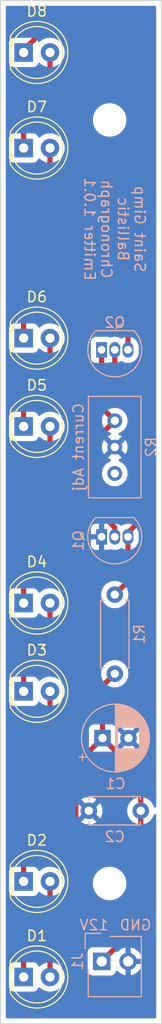
<source format=kicad_pcb>
(kicad_pcb (version 20210925) (generator pcbnew)
  (layers (0 "F.Cu" signal) (31 "B.Cu" signal) (34 "B.Paste" user) (35 "F.Paste" user) (36 "B.SilkS" user "B.Silkscreen") (37 "F.SilkS" user "F.Silkscreen") (38 "B.Mask" user) (39 "F.Mask" user) (44 "Edge.Cuts" user))
  (net 0 "")
  (net 1 "+12V")
  (net 2 "GND")
  (net 3 "Net-(D1-Pad1)")
  (net 4 "Net-(D2-Pad1)")
  (net 5 "Net-(D3-Pad1)")
  (net 6 "Net-(D4-Pad1)")
  (net 7 "Net-(D5-Pad1)")
  (net 8 "Net-(D6-Pad1)")
  (net 9 "Net-(D7-Pad1)")
  (net 10 "Net-(D8-Pad1)")
  (net 11 "Net-(Q1-Pad2)")
  (net 12 "Net-(Q1-Pad3)")
  (footprint "LED_THT:LED_D5.0mm_IRGrey" (layer "F.Cu") (at 138.73 125.795)
    (fp_text reference "D2" (at 1.27 -3.96) (layer "F.SilkS"))
    (fp_text value "LED" hide)
    (fp_line (start -1.29 -1.545) (end -1.29 1.545) (layer "F.SilkS") (width 0.12))
    (fp_arc (start 1.27 0) (end -1.29 -1.54483) (angle 148.9) (layer "F.SilkS") (width 0.12))
    (fp_arc (start 1.27 0) (end -1.29 1.54483) (angle -148.9) (layer "F.SilkS") (width 0.12))
    (fp_circle (center 1.27 0) (end 3.77 0) (layer "F.SilkS") (width 0.12) (fill none))
    (pad "1" thru_hole rect locked (at 0 0) (size 1.8 1.8) (drill 0.9) (layers *.Cu *.Mask) (net 4 "Net-(D2-Pad1)"))
    (pad "2" thru_hole circle locked (at 2.54 0) (size 1.8 1.8) (drill 0.9) (layers *.Cu *.Mask) (net 3 "Net-(D1-Pad1)"))
  )
  (footprint "LED_THT:LED_D5.0mm_IRGrey" (layer "F.Cu") (at 138.73 107.495)
    (fp_text reference "D3" (at 1.27 -3.96) (layer "F.SilkS"))
    (fp_text value "LED" hide)
    (fp_line (start -1.29 -1.545) (end -1.29 1.545) (layer "F.SilkS") (width 0.12))
    (fp_arc (start 1.27 0) (end -1.29 1.54483) (angle -148.9) (layer "F.SilkS") (width 0.12))
    (fp_arc (start 1.27 0) (end -1.29 -1.54483) (angle 148.9) (layer "F.SilkS") (width 0.12))
    (fp_circle (center 1.27 0) (end 3.77 0) (layer "F.SilkS") (width 0.12) (fill none))
    (pad "1" thru_hole rect locked (at 0 0) (size 1.8 1.8) (drill 0.9) (layers *.Cu *.Mask) (net 5 "Net-(D3-Pad1)"))
    (pad "2" thru_hole circle locked (at 2.54 0) (size 1.8 1.8) (drill 0.9) (layers *.Cu *.Mask) (net 4 "Net-(D2-Pad1)"))
  )
  (footprint "LED_THT:LED_D5.0mm_IRGrey" (layer "F.Cu") (at 138.73 73.495)
    (fp_text reference "D6" (at 1.27 -3.96) (layer "F.SilkS"))
    (fp_text value "LED" hide)
    (fp_line (start -1.29 -1.545) (end -1.29 1.545) (layer "F.SilkS") (width 0.12))
    (fp_arc (start 1.27 0) (end -1.29 -1.54483) (angle 148.9) (layer "F.SilkS") (width 0.12))
    (fp_arc (start 1.27 0) (end -1.29 1.54483) (angle -148.9) (layer "F.SilkS") (width 0.12))
    (fp_circle (center 1.27 0) (end 3.77 0) (layer "F.SilkS") (width 0.12) (fill none))
    (pad "1" thru_hole rect locked (at 0 0) (size 1.8 1.8) (drill 0.9) (layers *.Cu *.Mask) (net 8 "Net-(D6-Pad1)"))
    (pad "2" thru_hole circle locked (at 2.54 0) (size 1.8 1.8) (drill 0.9) (layers *.Cu *.Mask) (net 7 "Net-(D5-Pad1)"))
  )
  (footprint "LED_THT:LED_D5.0mm_IRGrey" (layer "F.Cu") (at 138.73 55.195)
    (fp_text reference "D7" (at 1.27 -3.96) (layer "F.SilkS"))
    (fp_text value "LED" hide)
    (fp_line (start -1.29 -1.545) (end -1.29 1.545) (layer "F.SilkS") (width 0.12))
    (fp_arc (start 1.27 0) (end -1.29 -1.54483) (angle 148.9) (layer "F.SilkS") (width 0.12))
    (fp_arc (start 1.27 0) (end -1.29 1.54483) (angle -148.9) (layer "F.SilkS") (width 0.12))
    (fp_circle (center 1.27 0) (end 3.77 0) (layer "F.SilkS") (width 0.12) (fill none))
    (pad "1" thru_hole rect locked (at 0 0) (size 1.8 1.8) (drill 0.9) (layers *.Cu *.Mask) (net 9 "Net-(D7-Pad1)"))
    (pad "2" thru_hole circle locked (at 2.54 0) (size 1.8 1.8) (drill 0.9) (layers *.Cu *.Mask) (net 8 "Net-(D6-Pad1)"))
  )
  (footprint "LED_THT:LED_D5.0mm_IRGrey" (layer "F.Cu") (at 138.73 98.995)
    (fp_text reference "D4" (at 1.27 -3.96) (layer "F.SilkS"))
    (fp_text value "LED" hide)
    (fp_line (start -1.29 -1.545) (end -1.29 1.545) (layer "F.SilkS") (width 0.12))
    (fp_arc (start 1.27 0) (end -1.29 -1.54483) (angle 148.9) (layer "F.SilkS") (width 0.12))
    (fp_arc (start 1.27 0) (end -1.29 1.54483) (angle -148.9) (layer "F.SilkS") (width 0.12))
    (fp_circle (center 1.27 0) (end 3.77 0) (layer "F.SilkS") (width 0.12) (fill none))
    (pad "1" thru_hole rect locked (at 0 0) (size 1.8 1.8) (drill 0.9) (layers *.Cu *.Mask) (net 6 "Net-(D4-Pad1)"))
    (pad "2" thru_hole circle locked (at 2.54 0) (size 1.8 1.8) (drill 0.9) (layers *.Cu *.Mask) (net 5 "Net-(D3-Pad1)"))
  )
  (footprint "LED_THT:LED_D5.0mm_IRGrey" (layer "F.Cu") (at 138.73 45.995)
    (fp_text reference "D8" (at 1.27 -3.96) (layer "F.SilkS"))
    (fp_text value "LED" hide)
    (fp_line (start -1.29 -1.545) (end -1.29 1.545) (layer "F.SilkS") (width 0.12))
    (fp_arc (start 1.27 0) (end -1.29 1.54483) (angle -148.9) (layer "F.SilkS") (width 0.12))
    (fp_arc (start 1.27 0) (end -1.29 -1.54483) (angle 148.9) (layer "F.SilkS") (width 0.12))
    (fp_circle (center 1.27 0) (end 3.77 0) (layer "F.SilkS") (width 0.12) (fill none))
    (pad "1" thru_hole rect locked (at 0 0) (size 1.8 1.8) (drill 0.9) (layers *.Cu *.Mask) (net 10 "Net-(D8-Pad1)"))
    (pad "2" thru_hole circle locked (at 2.54 0) (size 1.8 1.8) (drill 0.9) (layers *.Cu *.Mask) (net 9 "Net-(D7-Pad1)"))
  )
  (footprint "MountingHole:MountingHole_2.2mm_M2" (layer "F.Cu") (at 147.005 52.495)
    (fp_text reference "REF**" hide)
    (fp_text value "MountingHole_2.2mm_M2" hide)
    (pad "" np_thru_hole circle locked (at 0 0) (size 2.2 2.2) (drill 2.2) (layers *.Cu *.Mask))
  )
  (footprint "MountingHole:MountingHole_2.2mm_M2" (layer "F.Cu") (at 147.005 125.995)
    (fp_text reference "REF**" hide)
    (fp_text value "MountingHole_2.2mm_M2" hide)
    (pad "" np_thru_hole circle locked (at 0 0) (size 2.2 2.2) (drill 2.2) (layers *.Cu *.Mask))
  )
  (footprint "LED_THT:LED_D5.0mm_IRGrey" (layer "F.Cu") (at 138.73 81.995)
    (fp_text reference "D5" (at 1.27 -3.96) (layer "F.SilkS"))
    (fp_text value "LED" hide)
    (fp_line (start -1.29 -1.545) (end -1.29 1.545) (layer "F.SilkS") (width 0.12))
    (fp_arc (start 1.27 0) (end -1.29 -1.54483) (angle 148.9) (layer "F.SilkS") (width 0.12))
    (fp_arc (start 1.27 0) (end -1.29 1.54483) (angle -148.9) (layer "F.SilkS") (width 0.12))
    (fp_circle (center 1.27 0) (end 3.77 0) (layer "F.SilkS") (width 0.12) (fill none))
    (pad "1" thru_hole rect locked (at 0 0) (size 1.8 1.8) (drill 0.9) (layers *.Cu *.Mask) (net 7 "Net-(D5-Pad1)"))
    (pad "2" thru_hole circle locked (at 2.54 0) (size 1.8 1.8) (drill 0.9) (layers *.Cu *.Mask) (net 6 "Net-(D4-Pad1)"))
  )
  (footprint "LED_THT:LED_D5.0mm_IRGrey" (layer "F.Cu") (at 138.73 134.995)
    (fp_text reference "D1" (at 1.27 -3.96) (layer "F.SilkS"))
    (fp_text value "LED" hide)
    (fp_line (start -1.29 -1.545) (end -1.29 1.545) (layer "F.SilkS") (width 0.12))
    (fp_arc (start 1.27 0) (end -1.29 -1.54483) (angle 148.9) (layer "F.SilkS") (width 0.12))
    (fp_arc (start 1.27 0) (end -1.29 1.54483) (angle -148.9) (layer "F.SilkS") (width 0.12))
    (fp_circle (center 1.27 0) (end 3.77 0) (layer "F.SilkS") (width 0.12) (fill none))
    (pad "1" thru_hole rect locked (at 0 0) (size 1.8 1.8) (drill 0.9) (layers *.Cu *.Mask) (net 3 "Net-(D1-Pad1)"))
    (pad "2" thru_hole circle locked (at 2.54 0) (size 1.8 1.8) (drill 0.9) (layers *.Cu *.Mask) (net 1 "+12V"))
  )
  (footprint "Capacitor_THT:C_Disc_D4.7mm_W2.5mm_P5.00mm" (layer "B.Cu") (at 150.005 118.995 180)
    (fp_text reference "C2" (at 2.5 -2.5) (layer "B.SilkS") (effects (justify mirror)))
    (fp_text value "1uF" hide)
    (fp_line (start 0.03 -1.37) (end 4.97 -1.37) (layer "B.SilkS") (width 0.12))
    (fp_line (start 0.03 -1.055) (end 0.03 -1.37) (layer "B.SilkS") (width 0.12))
    (fp_line (start 0.03 1.37) (end 4.97 1.37) (layer "B.SilkS") (width 0.12))
    (fp_line (start 4.97 -1.055) (end 4.97 -1.37) (layer "B.SilkS") (width 0.12))
    (fp_line (start 0.03 1.37) (end 0.03 1.055) (layer "B.SilkS") (width 0.12))
    (fp_line (start 4.97 1.37) (end 4.97 1.055) (layer "B.SilkS") (width 0.12))
    (pad "1" thru_hole circle locked (at 0 0 180) (size 1.6 1.6) (drill 0.8) (layers *.Cu *.Mask) (net 1 "+12V"))
    (pad "2" thru_hole circle locked (at 5 0 180) (size 1.6 1.6) (drill 0.8) (layers *.Cu *.Mask) (net 2 "GND"))
  )
  (footprint "SaintGimp:KF2510_Header_1x02_Vertical" (layer "B.Cu") (at 146.25 133.495 -90)
    (fp_text reference "J1" (at 0 2.33 90) (layer "B.SilkS") (effects (justify mirror)))
    (fp_text value "Conn_01x02" hide)
    (fp_line (start 0.8 1.3) (end 3.4 1.3) (layer "B.SilkS") (width 0.12))
    (fp_line (start -2.7 0.1) (end -2.7 1.6) (layer "B.SilkS") (width 0.12))
    (fp_line (start -2.4 -0.8) (end -2.4 -3.81) (layer "B.SilkS") (width 0.12))
    (fp_line (start -2.4 -3.81) (end 3.4 -3.81) (layer "B.SilkS") (width 0.12))
    (fp_line (start -2.7 1.6) (end -1.2 1.6) (layer "B.SilkS") (width 0.12))
    (fp_line (start 3.4 1.3) (end 3.4 -3.81) (layer "B.SilkS") (width 0.12))
    (pad "1" thru_hole rect locked (at 0 0 270) (size 1.7 1.7) (drill 1) (layers *.Cu *.Mask) (net 1 "+12V"))
    (pad "2" thru_hole oval locked (at 0 -2.54 270) (size 1.7 1.7) (drill 1) (layers *.Cu *.Mask) (net 2 "GND"))
  )
  (footprint "Potentiometer_THT:Potentiometer_Bourns_3296W_Vertical" (layer "B.Cu") (at 147.505 81.445 90)
    (fp_text reference "R2" (at -2.54 3.5 90) (layer "B.SilkS") (effects (justify mirror)))
    (fp_text value "100" hide)
    (fp_line (start -7.425 2.53) (end -7.425 -2.54) (layer "B.SilkS") (width 0.12))
    (fp_line (start -7.425 -2.54) (end 2.345 -2.54) (layer "B.SilkS") (width 0.12))
    (fp_line (start -7.425 2.53) (end 2.345 2.53) (layer "B.SilkS") (width 0.12))
    (fp_line (start 2.345 2.53) (end 2.345 -2.54) (layer "B.SilkS") (width 0.12))
    (pad "1" thru_hole circle locked (at 0 0 90) (size 1.44 1.44) (drill 0.8) (layers *.Cu *.Mask) (net 11 "Net-(Q1-Pad2)"))
    (pad "2" thru_hole circle locked (at -2.54 0 90) (size 1.44 1.44) (drill 0.8) (layers *.Cu *.Mask) (net 2 "GND"))
    (pad "3" thru_hole circle locked (at -5.08 0 90) (size 1.44 1.44) (drill 0.8) (layers *.Cu *.Mask))
  )
  (footprint "Resistor_THT:R_Axial_DIN0207_L6.3mm_D2.5mm_P7.62mm_Horizontal" (layer "B.Cu") (at 147.505 105.805 90)
    (fp_text reference "R1" (at 3.81 2.37 90) (layer "B.SilkS") (effects (justify mirror)))
    (fp_text value "100K" hide)
    (fp_line (start 7.08 -1.37) (end 7.08 -1.04) (layer "B.SilkS") (width 0.12))
    (fp_line (start 0.54 1.04) (end 0.54 1.37) (layer "B.SilkS") (width 0.12))
    (fp_line (start 0.54 -1.37) (end 7.08 -1.37) (layer "B.SilkS") (width 0.12))
    (fp_line (start 0.54 1.37) (end 7.08 1.37) (layer "B.SilkS") (width 0.12))
    (fp_line (start 0.54 -1.04) (end 0.54 -1.37) (layer "B.SilkS") (width 0.12))
    (fp_line (start 7.08 1.37) (end 7.08 1.04) (layer "B.SilkS") (width 0.12))
    (pad "1" thru_hole circle locked (at 0 0 90) (size 1.6 1.6) (drill 0.8) (layers *.Cu *.Mask) (net 1 "+12V"))
    (pad "2" thru_hole oval locked (at 7.62 0 90) (size 1.6 1.6) (drill 0.8) (layers *.Cu *.Mask) (net 12 "Net-(Q1-Pad3)"))
  )
  (footprint "Capacitor_THT:CP_Radial_D6.3mm_P2.50mm" (layer "B.Cu") (at 146.322621 111.995)
    (fp_text reference "C1" (at 1.25 4.4) (layer "B.SilkS") (effects (justify mirror)))
    (fp_text value "100uF" hide)
    (fp_line (start 2.451 3.002) (end 2.451 1.04) (layer "B.SilkS") (width 0.12))
    (fp_line (start 2.971 -1.04) (end 2.971 -2.742) (layer "B.SilkS") (width 0.12))
    (fp_line (start 3.171 2.607) (end 3.171 1.04) (layer "B.SilkS") (width 0.12))
    (fp_line (start 3.171 -1.04) (end 3.171 -2.607) (layer "B.SilkS") (width 0.12))
    (fp_line (start 3.131 2.636) (end 3.131 1.04) (layer "B.SilkS") (width 0.12))
    (fp_line (start 2.051 -1.04) (end 2.051 -3.131) (layer "B.SilkS") (width 0.12))
    (fp_line (start 3.211 2.578) (end 3.211 1.04) (layer "B.SilkS") (width 0.12))
    (fp_line (start 4.171 1.432) (end 4.171 -1.432) (layer "B.SilkS") (width 0.12))
    (fp_line (start 3.291 2.516) (end 3.291 1.04) (layer "B.SilkS") (width 0.12))
    (fp_line (start 2.491 -1.04) (end 2.491 -2.986) (layer "B.SilkS") (width 0.12))
    (fp_line (start 2.731 -1.04) (end 2.731 -2.876) (layer "B.SilkS") (width 0.12))
    (fp_line (start 3.291 -1.04) (end 3.291 -2.516) (layer "B.SilkS") (width 0.12))
    (fp_line (start 4.131 1.509) (end 4.131 -1.509) (layer "B.SilkS") (width 0.12))
    (fp_line (start 1.37 3.228) (end 1.37 -3.228) (layer "B.SilkS") (width 0.12))
    (fp_line (start 4.091 1.581) (end 4.091 -1.581) (layer "B.SilkS") (width 0.12))
    (fp_line (start 3.451 -1.04) (end 3.451 -2.38) (layer "B.SilkS") (width 0.12))
    (fp_line (start 2.811 2.834) (end 2.811 1.04) (layer "B.SilkS") (width 0.12))
    (fp_line (start 3.451 2.38) (end 3.451 1.04) (layer "B.SilkS") (width 0.12))
    (fp_line (start 3.331 -1.04) (end 3.331 -2.484) (layer "B.SilkS") (width 0.12))
    (fp_line (start 3.771 2.044) (end 3.771 -2.044) (layer "B.SilkS") (width 0.12))
    (fp_line (start 1.81 3.182) (end 1.81 1.04) (layer "B.SilkS") (width 0.12))
    (fp_line (start 2.571 -1.04) (end 2.571 -2.952) (layer "B.SilkS") (width 0.12))
    (fp_line (start 2.651 2.916) (end 2.651 1.04) (layer "B.SilkS") (width 0.12))
    (fp_line (start 2.971 2.742) (end 2.971 1.04) (layer "B.SilkS") (width 0.12))
    (fp_line (start 3.491 -1.04) (end 3.491 -2.343) (layer "B.SilkS") (width 0.12))
    (fp_line (start 2.691 2.896) (end 2.691 1.04) (layer "B.SilkS") (width 0.12))
    (fp_line (start 3.371 -1.04) (end 3.371 -2.45) (layer "B.SilkS") (width 0.12))
    (fp_line (start 2.171 3.098) (end 2.171 1.04) (layer "B.SilkS") (width 0.12))
    (fp_line (start 4.491 0.402) (end 4.491 -0.402) (layer "B.SilkS") (width 0.12))
    (fp_line (start 1.73 -1.04) (end 1.73 -3.195) (layer "B.SilkS") (width 0.12))
    (fp_line (start 2.571 2.952) (end 2.571 1.04) (layer "B.SilkS") (width 0.12))
    (fp_line (start 2.531 2.97) (end 2.531 1.04) (layer "B.SilkS") (width 0.12))
    (fp_line (start 3.411 -1.04) (end 3.411 -2.416) (layer "B.SilkS") (width 0.12))
    (fp_line (start 3.331 2.484) (end 3.331 1.04) (layer "B.SilkS") (width 0.12))
    (fp_line (start 3.491 2.343) (end 3.491 1.04) (layer "B.SilkS") (width 0.12))
    (fp_line (start 2.891 -1.04) (end 2.891 -2.79) (layer "B.SilkS") (width 0.12))
    (fp_line (start 2.011 3.141) (end 2.011 1.04) (layer "B.SilkS") (width 0.12))
    (fp_line (start 2.091 -1.04) (end 2.091 -3.121) (layer "B.SilkS") (width 0.12))
    (fp_line (start 3.251 -1.04) (end 3.251 -2.548) (layer "B.SilkS") (width 0.12))
    (fp_line (start 3.211 -1.04) (end 3.211 -2.578) (layer "B.SilkS") (width 0.12))
    (fp_line (start 1.65 3.206) (end 1.65 1.04) (layer "B.SilkS") (width 0.12))
    (fp_line (start 4.331 1.059) (end 4.331 -1.059) (layer "B.SilkS") (width 0.12))
    (fp_line (start 3.011 -1.04) (end 3.011 -2.716) (layer "B.SilkS") (width 0.12))
    (fp_line (start 2.611 2.934) (end 2.611 1.04) (layer "B.SilkS") (width 0.12))
    (fp_line (start 3.571 2.265) (end 3.571 -2.265) (layer "B.SilkS") (width 0.12))
    (fp_line (start 1.65 -1.04) (end 1.65 -3.206) (layer "B.SilkS") (width 0.12))
    (fp_line (start 2.131 3.11) (end 2.131 1.04) (layer "B.SilkS") (width 0.12))
    (fp_line (start 1.85 3.175) (end 1.85 1.04) (layer "B.SilkS") (width 0.12))
    (fp_line (start 1.93 3.159) (end 1.93 1.04) (layer "B.SilkS") (width 0.12))
    (fp_line (start 2.691 -1.04) (end 2.691 -2.896) (layer "B.SilkS") (width 0.12))
    (fp_line (start 1.61 -1.04) (end 1.61 -3.211) (layer "B.SilkS") (width 0.12))
    (fp_line (start 3.371 2.45) (end 3.371 1.04) (layer "B.SilkS") (width 0.12))
    (fp_line (start 4.211 1.35) (end 4.211 -1.35) (layer "B.SilkS") (width 0.12))
    (fp_line (start 1.971 3.15) (end 1.971 1.04) (layer "B.SilkS") (width 0.12))
    (fp_line (start 4.411 0.802) (end 4.411 -0.802) (layer "B.SilkS") (width 0.12))
    (fp_line (start 3.811 1.995) (end 3.811 -1.995) (layer "B.SilkS") (width 0.12))
    (fp_line (start 3.411 2.416) (end 3.411 1.04) (layer "B.SilkS") (width 0.12))
    (fp_line (start 2.251 3.074) (end 2.251 1.04) (layer "B.SilkS") (width 0.12))
    (fp_line (start 1.81 -1.04) (end 1.81 -3.182) (layer "B.SilkS") (width 0.12))
    (fp_line (start 3.131 -1.04) (end 3.131 -2.636) (layer "B.SilkS") (width 0.12))
    (fp_line (start 2.371 -1.04) (end 2.371 -3.033) (layer "B.SilkS") (width 0.12))
    (fp_line (start 2.931 -1.04) (end 2.931 -2.766) (layer "B.SilkS") (width 0.12))
    (fp_line (start 3.531 2.305) (end 3.531 1.04) (layer "B.SilkS") (width 0.12))
    (fp_line (start 1.89 3.167) (end 1.89 1.04) (layer "B.SilkS") (width 0.12))
    (fp_line (start 2.291 -1.04) (end 2.291 -3.061) (layer "B.SilkS") (width 0.12))
    (fp_line (start 2.771 -1.04) (end 2.771 -2.856) (layer "B.SilkS") (width 0.12))
    (fp_line (start 4.291 1.165) (end 4.291 -1.165) (layer "B.SilkS") (width 0.12))
    (fp_line (start 3.091 -1.04) (end 3.091 -2.664) (layer "B.SilkS") (width 0.12))
    (fp_line (start 3.731 2.092) (end 3.731 -2.092) (layer "B.SilkS") (width 0.12))
    (fp_line (start 3.651 2.182) (end 3.651 -2.182) (layer "B.SilkS") (width 0.12))
    (fp_line (start 2.611 -1.04) (end 2.611 -2.934) (layer "B.SilkS") (width 0.12))
    (fp_line (start 1.45 3.224) (end 1.45 -3.224) (layer "B.SilkS") (width 0.12))
    (fp_line (start 2.491 2.986) (end 2.491 1.04) (layer "B.SilkS") (width 0.12))
    (fp_line (start 2.011 -1.04) (end 2.011 -3.141) (layer "B.SilkS") (width 0.12))
    (fp_line (start 3.971 1.776) (end 3.971 -1.776) (layer "B.SilkS") (width 0.12))
    (fp_line (start 4.051 1.65) (end 4.051 -1.65) (layer "B.SilkS") (width 0.12))
    (fp_line (start 1.57 -1.04) (end 1.57 -3.215) (layer "B.SilkS") (width 0.12))
    (fp_line (start 2.771 2.856) (end 2.771 1.04) (layer "B.SilkS") (width 0.12))
    (fp_line (start 3.051 2.69) (end 3.051 1.04) (layer "B.SilkS") (width 0.12))
    (fp_line (start 4.251 1.262) (end 4.251 -1.262) (layer "B.SilkS") (width 0.12))
    (fp_line (start 2.651 -1.04) (end 2.651 -2.916) (layer "B.SilkS") (width 0.12))
    (fp_line (start 2.331 3.047) (end 2.331 1.04) (layer "B.SilkS") (width 0.12))
    (fp_line (start 2.931 2.766) (end 2.931 1.04) (layer "B.SilkS") (width 0.12))
    (fp_line (start 1.89 -1.04) (end 1.89 -3.167) (layer "B.SilkS") (width 0.12))
    (fp_line (start 1.77 -1.04) (end 1.77 -3.189) (layer "B.SilkS") (width 0.12))
    (fp_line (start 2.851 -1.04) (end 2.851 -2.812) (layer "B.SilkS") (width 0.12))
    (fp_line (start 4.011 1.714) (end 4.011 -1.714) (layer "B.SilkS") (width 0.12))
    (fp_line (start 1.971 -1.04) (end 1.971 -3.15) (layer "B.SilkS") (width 0.12))
    (fp_line (start 2.131 -1.04) (end 2.131 -3.11) (layer "B.SilkS") (width 0.12))
    (fp_line (start 2.291 3.061) (end 2.291 1.04) (layer "B.SilkS") (width 0.12))
    (fp_line (start 1.57 3.215) (end 1.57 1.04) (layer "B.SilkS") (width 0.12))
    (fp_line (start 1.85 -1.04) (end 1.85 -3.175) (layer "B.SilkS") (width 0.12))
    (fp_line (start 3.931 1.834) (end 3.931 -1.834) (layer "B.SilkS") (width 0.12))
    (fp_line (start 2.171 -1.04) (end 2.171 -3.098) (layer "B.SilkS") (width 0.12))
    (fp_line (start 3.891 1.89) (end 3.891 -1.89) (layer "B.SilkS") (width 0.12))
    (fp_line (start 2.091 3.121) (end 2.091 1.04) (layer "B.SilkS") (width 0.12))
    (fp_line (start 1.73 3.195) (end 1.73 1.04) (layer "B.SilkS") (width 0.12))
    (fp_line (start 3.611 2.224) (end 3.611 -2.224) (layer "B.SilkS") (width 0.12))
    (fp_line (start 2.851 2.812) (end 2.851 1.04) (layer "B.SilkS") (width 0.12))
    (fp_line (start 2.331 -1.04) (end 2.331 -3.047) (layer "B.SilkS") (width 0.12))
    (fp_line (start 1.49 3.222) (end 1.49 1.04) (layer "B.SilkS") (width 0.12))
    (fp_line (start 1.25 3.23) (end 1.25 -3.23) (layer "B.SilkS") (width 0.12))
    (fp_line (start 2.811 -1.04) (end 2.811 -2.834) (layer "B.SilkS") (width 0.12))
    (fp_line (start 1.61 3.211) (end 1.61 1.04) (layer "B.SilkS") (width 0.12))
    (fp_line (start 3.691 2.137) (end 3.691 -2.137) (layer "B.SilkS") (width 0.12))
    (fp_line (start 1.41 3.227) (end 1.41 -3.227) (layer "B.SilkS") (width 0.12))
    (fp_line (start 2.891 2.79) (end 2.891 1.04) (layer "B.SilkS") (width 0.12))
    (fp_line (start 1.33 3.23) (end 1.33 -3.23) (layer "B.SilkS") (width 0.12))
    (fp_line (start 1.53 -1.04) (end 1.53 -3.218) (layer "B.SilkS") (width 0.12))
    (fp_line (start 2.211 -1.04) (end 2.211 -3.086) (layer "B.SilkS") (width 0.12))
    (fp_line (start 3.531 -1.04) (end 3.531 -2.305) (layer "B.SilkS") (width 0.12))
    (fp_line (start 3.091 2.664) (end 3.091 1.04) (layer "B.SilkS") (width 0.12))
    (fp_line (start 1.49 -1.04) (end 1.49 -3.222) (layer "B.SilkS") (width 0.12))
    (fp_line (start 2.531 -1.04) (end 2.531 -2.97) (layer "B.SilkS") (width 0.12))
    (fp_line (start 2.211 3.086) (end 2.211 1.04) (layer "B.SilkS") (width 0.12))
    (fp_line (start 1.29 3.23) (end 1.29 -3.23) (layer "B.SilkS") (width 0.12))
    (fp_line (start 2.731 2.876) (end 2.731 1.04) (layer "B.SilkS") (width 0.12))
    (fp_line (start 3.011 2.716) (end 3.011 1.04) (layer "B.SilkS") (width 0.12))
    (fp_line (start 2.251 -1.04) (end 2.251 -3.074) (layer "B.SilkS") (width 0.12))
    (fp_line (start 4.371 0.94) (end 4.371 -0.94) (layer "B.SilkS") (width 0.12))
    (fp_line (start 3.251 2.548) (end 3.251 1.04) (layer "B.SilkS") (width 0.12))
    (fp_line (start 4.451 0.633) (end 4.451 -0.633) (layer "B.SilkS") (width 0.12))
    (fp_line (start 1.77 3.189) (end 1.77 1.04) (layer "B.SilkS") (width 0.12))
    (fp_line (start 1.69 3.201) (end 1.69 1.04) (layer "B.SilkS") (width 0.12))
    (fp_line (start 2.451 -1.04) (end 2.451 -3.002) (layer "B.SilkS") (width 0.12))
    (fp_line (start 2.051 3.131) (end 2.051 1.04) (layer "B.SilkS") (width 0.12))
    (fp_line (start 1.69 -1.04) (end 1.69 -3.201) (layer "B.SilkS") (width 0.12))
    (fp_line (start 3.051 -1.04) (end 3.051 -2.69) (layer "B.SilkS") (width 0.12))
    (fp_line (start 3.851 1.944) (end 3.851 -1.944) (layer "B.SilkS") (width 0.12))
    (fp_line (start 1.53 3.218) (end 1.53 1.04) (layer "B.SilkS") (width 0.12))
    (fp_line (start -1.935241 2.154) (end -1.935241 1.524) (layer "B.SilkS") (width 0.12))
    (fp_line (start -2.250241 1.839) (end -1.620241 1.839) (layer "B.SilkS") (width 0.12))
    (fp_line (start 2.371 3.033) (end 2.371 1.04) (layer "B.SilkS") (width 0.12))
    (fp_line (start 2.411 -1.04) (end 2.411 -3.018) (layer "B.SilkS") (width 0.12))
    (fp_line (start 1.93 -1.04) (end 1.93 -3.159) (layer "B.SilkS") (width 0.12))
    (fp_line (start 2.411 3.018) (end 2.411 1.04) (layer "B.SilkS") (width 0.12))
    (fp_circle (center 1.25 0) (end 4.52 0) (layer "B.SilkS") (width 0.12) (fill none))
    (pad "1" thru_hole rect locked (at 0 0) (size 1.6 1.6) (drill 0.8) (layers *.Cu *.Mask) (net 1 "+12V"))
    (pad "2" thru_hole circle locked (at 2.5 0) (size 1.6 1.6) (drill 0.8) (layers *.Cu *.Mask) (net 2 "GND"))
  )
  (footprint "Package_TO_SOT_THT:TO-92_Inline" (layer "B.Cu") (at 146.235 74.6225)
    (fp_text reference "Q2" (at 1.27 -2.6275) (layer "B.SilkS") (effects (justify mirror)))
    (fp_text value "2N7000" hide)
    (fp_line (start -0.53 -1.85) (end 3.07 -1.85) (layer "B.SilkS") (width 0.12))
    (fp_arc (start 1.27 0) (end 1.27 2.6) (angle -135) (layer "B.SilkS") (width 0.12))
    (fp_arc (start 1.27 0) (end 1.27 2.6) (angle 135) (layer "B.SilkS") (width 0.12))
    (pad "1" thru_hole rect locked (at 0 0) (size 1.05 1.5) (drill 0.75) (layers *.Cu *.Mask) (net 11 "Net-(Q1-Pad2)"))
    (pad "2" thru_hole oval locked (at 1.27 0) (size 1.05 1.5) (drill 0.75) (layers *.Cu *.Mask) (net 12 "Net-(Q1-Pad3)"))
    (pad "3" thru_hole oval locked (at 2.54 0) (size 1.05 1.5) (drill 0.75) (layers *.Cu *.Mask) (net 10 "Net-(D8-Pad1)"))
  )
  (footprint "Package_TO_SOT_THT:TO-92_Inline" (layer "B.Cu") (at 146.235 92.6225)
    (fp_text reference "Q1" (at -2.23 0.3725 90) (layer "B.SilkS") (effects (justify mirror)))
    (fp_text value "2N3904" hide)
    (fp_line (start -0.53 -1.85) (end 3.07 -1.85) (layer "B.SilkS") (width 0.12))
    (fp_arc (start 1.27 0) (end 1.27 2.6) (angle 135) (layer "B.SilkS") (width 0.12))
    (fp_arc (start 1.27 0) (end 1.27 2.6) (angle -135) (layer "B.SilkS") (width 0.12))
    (pad "1" thru_hole rect locked (at 0 0) (size 1.05 1.5) (drill 0.75) (layers *.Cu *.Mask) (net 2 "GND"))
    (pad "2" thru_hole oval locked (at 1.27 0) (size 1.05 1.5) (drill 0.75) (layers *.Cu *.Mask) (net 11 "Net-(Q1-Pad2)"))
    (pad "3" thru_hole oval locked (at 2.54 0) (size 1.05 1.5) (drill 0.75) (layers *.Cu *.Mask) (net 12 "Net-(Q1-Pad3)"))
  )
  (gr_rect (start 136.505 139.495) (end 152.005 40.995) (layer "Edge.Cuts") (width 0.1) (fill none))
  (gr_text "Saint Gimp\nBallistic\nChronograph\nEmitter 1.0.1" (at 147.505 62.995 270) (layer "B.SilkS") (effects (font (size 1 1)) (justify mirror)))
  (gr_text "Current Adj" (at 144.005 83.995 90) (layer "B.SilkS") (effects (font (size 1 1)) (justify mirror)))
  (gr_text "GND" (at 149.505 129.995) (layer "B.SilkS") (effects (font (size 1 1)) (justify mirror)))
  (gr_text "12V" (at 145.505 129.995) (layer "B.SilkS") (effects (font (size 1 1)) (justify mirror)))
  (segment (start 150.005 118.995) (end 150.005 115.677379) (width 0.5) (layer "F.Cu") (net 1))
  (segment (start 141.27 132.995) (end 141.27 134.995) (width 0.5) (layer "F.Cu") (net 1))
  (segment (start 146.322621 106.987379) (end 147.505 105.805) (width 0.5) (layer "F.Cu") (net 1))
  (segment (start 146.25 133.495) (end 150.005 129.74) (width 0.5) (layer "F.Cu") (net 1))
  (segment (start 143.755489 130.509511) (end 143.755489 114.562132) (width 0.5) (layer "F.Cu") (net 1))
  (segment (start 143.755489 114.562132) (end 146.322621 111.995) (width 0.5) (layer "F.Cu") (net 1))
  (segment (start 141.27 132.995) (end 143.755489 130.509511) (width 0.5) (layer "F.Cu") (net 1))
  (segment (start 150.005 129.74) (end 150.005 118.995) (width 0.5) (layer "F.Cu") (net 1))
  (segment (start 146.322621 111.995) (end 146.322621 106.987379) (width 0.5) (layer "F.Cu") (net 1))
  (segment (start 150.005 115.677379) (end 146.322621 111.995) (width 0.5) (layer "F.Cu") (net 1))
  (segment (start 141.27 127.23) (end 138.73 129.77) (width 0.5) (layer "F.Cu") (net 3))
  (segment (start 141.27 125.795) (end 141.27 127.23) (width 0.5) (layer "F.Cu") (net 3))
  (segment (start 138.73 129.77) (end 138.73 134.995) (width 0.5) (layer "F.Cu") (net 3))
  (segment (start 138.73 117.27) (end 141.27 114.73) (width 0.5) (layer "F.Cu") (net 4))
  (segment (start 138.73 125.795) (end 138.73 117.27) (width 0.5) (layer "F.Cu") (net 4))
  (segment (start 141.27 114.73) (end 141.27 107.495) (width 0.5) (layer "F.Cu") (net 4))
  (segment (start 141.27 101.73) (end 141.27 98.995) (width 0.5) (layer "F.Cu") (net 5))
  (segment (start 138.73 104.27) (end 141.27 101.73) (width 0.5) (layer "F.Cu") (net 5))
  (segment (start 138.73 107.495) (end 138.73 104.27) (width 0.5) (layer "F.Cu") (net 5))
  (segment (start 138.73 98.995) (end 138.73 91.77) (width 0.5) (layer "F.Cu") (net 6))
  (segment (start 138.73 91.77) (end 141.27 89.23) (width 0.5) (layer "F.Cu") (net 6))
  (segment (start 141.27 89.23) (end 141.27 81.995) (width 0.5) (layer "F.Cu") (net 6))
  (segment (start 141.27 76.23) (end 141.27 73.495) (width 0.5) (layer "F.Cu") (net 7))
  (segment (start 138.73 78.77) (end 141.27 76.23) (width 0.5) (layer "F.Cu") (net 7))
  (segment (start 138.73 81.995) (end 138.73 78.77) (width 0.5) (layer "F.Cu") (net 7))
  (segment (start 141.27 63.73) (end 141.27 55.195) (width 0.5) (layer "F.Cu") (net 8))
  (segment (start 138.73 73.495) (end 138.73 66.27) (width 0.5) (layer "F.Cu") (net 8))
  (segment (start 138.73 66.27) (end 141.27 63.73) (width 0.5) (layer "F.Cu") (net 8))
  (segment (start 138.73 55.195) (end 138.73 53.27) (width 0.5) (layer "F.Cu") (net 9))
  (segment (start 138.73 53.27) (end 141.27 50.73) (width 0.5) (layer "F.Cu") (net 9))
  (segment (start 141.27 50.73) (end 141.27 45.995) (width 0.5) (layer "F.Cu") (net 9))
  (segment (start 142.005 43.995) (end 140.505 43.995) (width 0.5) (layer "F.Cu") (net 10))
  (segment (start 148.775 74.6225) (end 148.775 59.765) (width 0.5) (layer "F.Cu") (net 10))
  (segment (start 144.005 45.995) (end 142.005 43.995) (width 0.5) (layer "F.Cu") (net 10))
  (segment (start 140.505 43.995) (end 138.73 45.77) (width 0.5) (layer "F.Cu") (net 10))
  (segment (start 138.73 45.77) (end 138.73 45.995) (width 0.5) (layer "F.Cu") (net 10))
  (segment (start 144.005 54.995) (end 144.005 45.995) (width 0.5) (layer "F.Cu") (net 10))
  (segment (start 148.775 59.765) (end 144.005 54.995) (width 0.5) (layer "F.Cu") (net 10))
  (segment (start 146.235 80.175) (end 146.235 74.6225) (width 0.5) (layer "F.Cu") (net 11))
  (segment (start 145.505 83.445) (end 147.505 81.445) (width 0.5) (layer "F.Cu") (net 11))
  (segment (start 147.505 91.718478) (end 145.505 89.718478) (width 0.5) (layer "F.Cu") (net 11))
  (segment (start 145.505 89.718478) (end 145.505 83.445) (width 0.5) (layer "F.Cu") (net 11))
  (segment (start 147.505 81.445) (end 146.235 80.175) (width 0.5) (layer "F.Cu") (net 11))
  (segment (start 147.505 92.6225) (end 147.505 91.718478) (width 0.5) (layer "F.Cu") (net 11))
  (segment (start 147.505 98.185) (end 148.775 96.915) (width 0.5) (layer "F.Cu") (net 12))
  (segment (start 149.505 77.8725) (end 147.505 75.8725) (width 0.5) (layer "F.Cu") (net 12))
  (segment (start 148.775 92.6225) (end 148.775 92.225) (width 0.5) (layer "F.Cu") (net 12))
  (segment (start 149.505 91.495) (end 149.505 77.8725) (width 0.5) (layer "F.Cu") (net 12))
  (segment (start 148.775 96.915) (end 148.775 92.6225) (width 0.5) (layer "F.Cu") (net 12))
  (segment (start 148.775 92.225) (end 149.505 91.495) (width 0.5) (layer "F.Cu") (net 12))
  (segment (start 147.505 75.8725) (end 147.505 74.6225) (width 0.5) (layer "F.Cu") (net 12))
  (zone (net 2) (net_name "GND") (layer "B.Cu") (connect_pads (clearance 0.508)) (min_thickness 0.254) (fill yes (thermal_gap 0.508) (thermal_bridge_width 0.508))
    (polygon (pts (xy 136.505 139.495) (xy 152.005 139.495) (xy 152.005 40.995) (xy 136.505 40.995)))
  )
)
</source>
